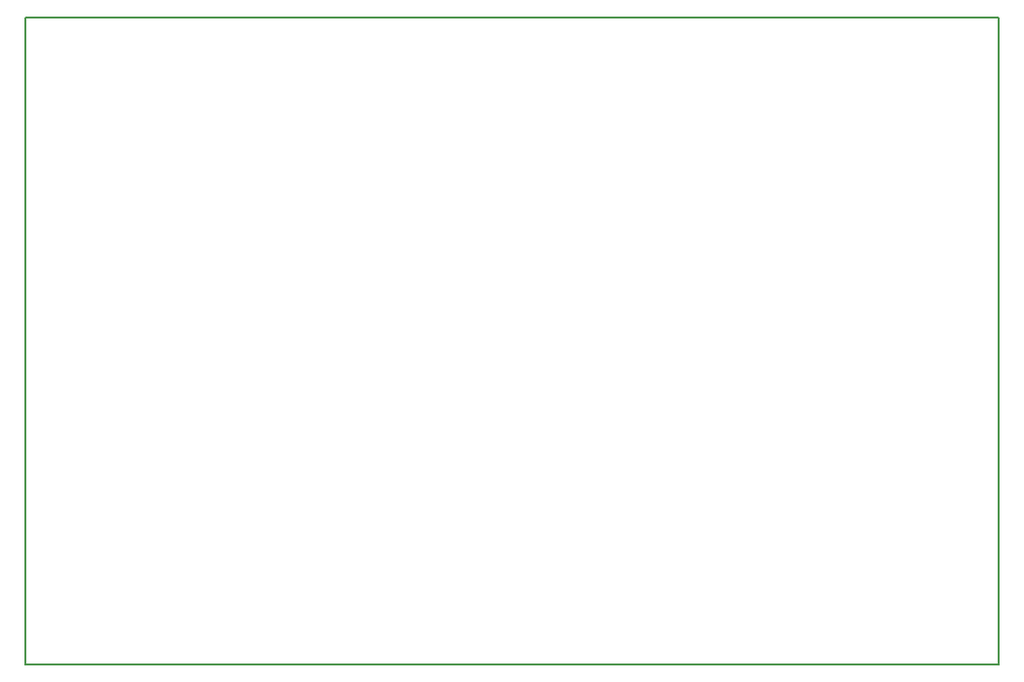
<source format=gm1>
G04 MADE WITH FRITZING*
G04 WWW.FRITZING.ORG*
G04 DOUBLE SIDED*
G04 HOLES PLATED*
G04 CONTOUR ON CENTER OF CONTOUR VECTOR*
%ASAXBY*%
%FSLAX23Y23*%
%MOIN*%
%OFA0B0*%
%SFA1.0B1.0*%
%ADD10R,3.333330X2.222220*%
%ADD11C,0.008000*%
%ADD10C,0.008*%
%LNCONTOUR*%
G90*
G70*
G54D10*
G54D11*
X4Y2218D02*
X3329Y2218D01*
X3329Y4D01*
X4Y4D01*
X4Y2218D01*
D02*
G04 End of contour*
M02*
</source>
